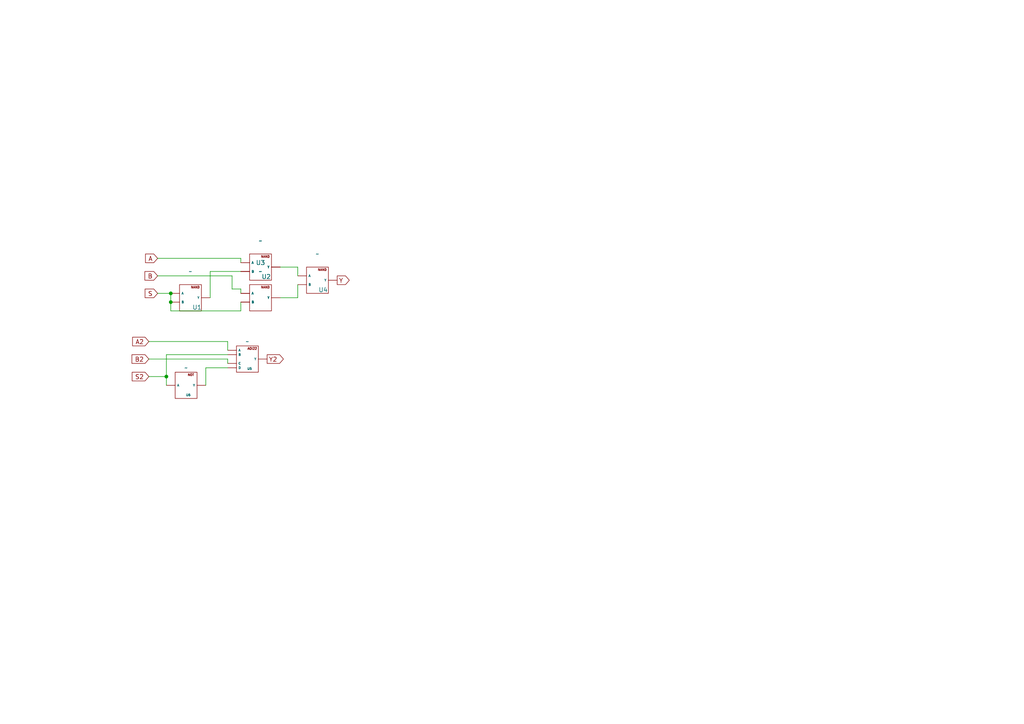
<source format=kicad_sch>
(kicad_sch (version 20250114) (generator "eeschema") (generator_version "9.0")
  (paper "A4")
  (lib_symbols
    (symbol "RVCMOS:AOI22" (pin_numbers (hide yes))
      (property "Reference" "U" (at 1.27 -1.524 0))
      (symbol "AOI22_0_1"
        (rectangle (start -2.54 5.08) (end 3.81 -2.54))
      )
      (symbol "AOI22_1_1"
        (text "AOI22" (at 2.032 4.318 0) (effects (font (size 0.635 0.635))))
        (pin input line (at -5.08 3.81 0) (length 2.54) (name "A") (number "A"))
        (pin input line (at -5.08 2.54 0) (length 2.54) (name "B") (number "B"))
        (pin input line (at -5.08 0 0) (length 2.54) (name "C") (number "C"))
        (pin input line (at -5.08 -1.27 0) (length 2.54) (name "D") (number "D"))
        (pin output line (at 6.35 1.27 180) (length 2.54) (name "Y") (number "Y"))
      )
    )
    (symbol "RVCMOS:NAND" (pin_numbers (hide yes))
      (property "Reference" "U" (at 1.27 -1.524 0))
      (symbol "NAND_0_1"
        (rectangle (start -2.54 5.08) (end 3.81 -2.54))
      )
      (symbol "NAND_1_1"
        (text "NAND" (at 2.032 4.318 0) (effects (font (size 0.635 0.635))))
        (pin input line (at -5.08 2.54 0) (length 2.54) (name "A") (number "A"))
        (pin input line (at -5.08 0 0) (length 2.54) (name "B") (number "B"))
        (pin output line (at 6.35 1.27 180) (length 2.54) (name "Y") (number "Y"))
      )
    )
    (symbol "RVCMOS:NOT" (pin_numbers (hide yes))
      (property "Reference" "U" (at 1.27 -1.524 0))
      (symbol "NOT_0_1"
        (rectangle (start -2.54 5.08) (end 3.81 -2.54))
      )
      (symbol "NOT_1_1"
        (text "NOT" (at 2.032 4.318 0) (effects (font (size 0.635 0.635))))
        (pin input line (at -5.08 1.27 0) (length 2.54) (name "A") (number "A"))
        (pin output line (at 6.35 1.27 180) (length 2.54) (name "Y") (number "Y"))
      )
    )
  )
  (junction (at 49.53 87.63))
  (junction (at 48.26 109.22))
  (junction (at 49.53 85.09))
  (wire (pts (xy 69.85 83.82) (xy 69.85 85.09)))
  (wire (pts (xy 69.85 78.74) (xy 60.96 78.74)))
  (wire (pts (xy 66.04 102.87) (xy 48.26 102.87)))
  (wire (pts (xy 59.69 106.68) (xy 59.69 111.76)))
  (wire (pts (xy 69.85 90.17) (xy 69.85 87.63)))
  (wire (pts (xy 60.96 78.74) (xy 60.96 86.36)))
  (wire (pts (xy 81.28 77.47) (xy 86.36 77.47)))
  (wire (pts (xy 45.72 74.93) (xy 69.85 74.93)))
  (wire (pts (xy 86.36 86.36) (xy 86.36 82.55)))
  (wire (pts (xy 49.53 87.63) (xy 49.53 90.17)))
  (wire (pts (xy 49.53 90.17) (xy 69.85 90.17)))
  (wire (pts (xy 43.18 109.22) (xy 48.26 109.22)))
  (wire (pts (xy 45.72 80.01) (xy 67.31 80.01)))
  (wire (pts (xy 43.18 104.14) (xy 66.04 104.14)))
  (wire (pts (xy 66.04 104.14) (xy 66.04 105.41)))
  (wire (pts (xy 45.72 85.09) (xy 49.53 85.09)))
  (wire (pts (xy 66.04 99.06) (xy 66.04 101.6)))
  (wire (pts (xy 59.69 106.68) (xy 66.04 106.68)))
  (wire (pts (xy 43.18 99.06) (xy 66.04 99.06)))
  (wire (pts (xy 67.31 80.01) (xy 67.31 83.82)))
  (wire (pts (xy 86.36 77.47) (xy 86.36 80.01)))
  (wire (pts (xy 69.85 74.93) (xy 69.85 76.2)))
  (wire (pts (xy 49.53 85.09) (xy 49.53 87.63)))
  (wire (pts (xy 81.28 86.36) (xy 86.36 86.36)))
  (wire (pts (xy 67.31 83.82) (xy 69.85 83.82)))
  (wire (pts (xy 48.26 102.87) (xy 48.26 109.22)))
  (wire (pts (xy 48.26 109.22) (xy 48.26 111.76)))
  (global_label "B" (shape input) (at 45.72 80.01 180) (property "Intersheetrefs" "${INTERSHEET_REFS}" (effects (hide yes))))
  (global_label "B2" (shape input) (at 43.18 104.14 180) (property "Intersheetrefs" "${INTERSHEET_REFS}" (effects (hide yes))))
  (global_label "A" (shape input) (at 45.72 74.93 180) (property "Intersheetrefs" "${INTERSHEET_REFS}" (effects (hide yes))))
  (global_label "A2" (shape input) (at 43.18 99.06 180) (property "Intersheetrefs" "${INTERSHEET_REFS}" (effects (hide yes))))
  (global_label "S" (shape input) (at 45.72 85.09 180) (property "Intersheetrefs" "${INTERSHEET_REFS}" (effects (hide yes))))
  (global_label "S2" (shape input) (at 43.18 109.22 180) (property "Intersheetrefs" "${INTERSHEET_REFS}" (effects (hide yes))))
  (global_label "Y" (shape output) (at 97.79 81.28 0) (property "Intersheetrefs" "${INTERSHEET_REFS}" (effects (hide yes))))
  (global_label "Y2" (shape output) (at 77.47 104.14 0) (property "Intersheetrefs" "${INTERSHEET_REFS}" (effects (hide yes))))
  (symbol (lib_id "RVCMOS:NAND") (at 91.44 82.55 0) (unit 1)
    (property "Reference" "U4" (at 93.726 84.074 0))
    (property "Value" "~" (at 92.075 73.66 0))
    (property "Footprint" "RVCMOS:NAND" (effects (hide yes)))
  )
  (symbol (lib_id "RVCMOS:NAND") (at 74.93 87.63 0) (unit 1)
    (property "Reference" "U3" (at 75.565 76.2 0))
    (property "Value" "~" (at 75.565 78.74 0))
    (property "Footprint" "RVCMOS:NAND" (effects (hide yes)))
  )
  (symbol (lib_id "RVCMOS:NAND") (at 74.93 78.74 0) (unit 1)
    (property "Reference" "U2" (at 77.216 80.264 0))
    (property "Value" "~" (at 75.565 69.85 0))
    (property "Footprint" "RVCMOS:NAND" (effects (hide yes)))
  )
  (symbol (lib_id "RVCMOS:NOT") (at 53.34 113.03 0) (unit 1)
    (property "Reference" "U6" (at 54.61 114.554 0) (effects (font (size 0.635 0.635))))
    (property "Value" "~" (at 53.975 106.68 0))
    (property "Footprint" "RVCMOS:NOT" (effects (hide yes)))
  )
  (symbol (lib_id "RVCMOS:AOI22") (at 71.12 105.41 0) (unit 1)
    (property "Reference" "U5" (at 72.39 106.934 0) (effects (font (size 0.635 0.635))))
    (property "Value" "~" (at 71.755 99.06 0))
    (property "Footprint" "RVCMOS:AOI22" (effects (hide yes)))
  )
  (symbol (lib_id "RVCMOS:NAND") (at 54.61 87.63 0) (unit 1)
    (property "Reference" "U1" (at 57.15 89.154 0))
    (property "Value" "~" (at 55.245 78.74 0))
    (property "Footprint" "RVCMOS:NAND" (effects (hide yes)))
  )
)
</source>
